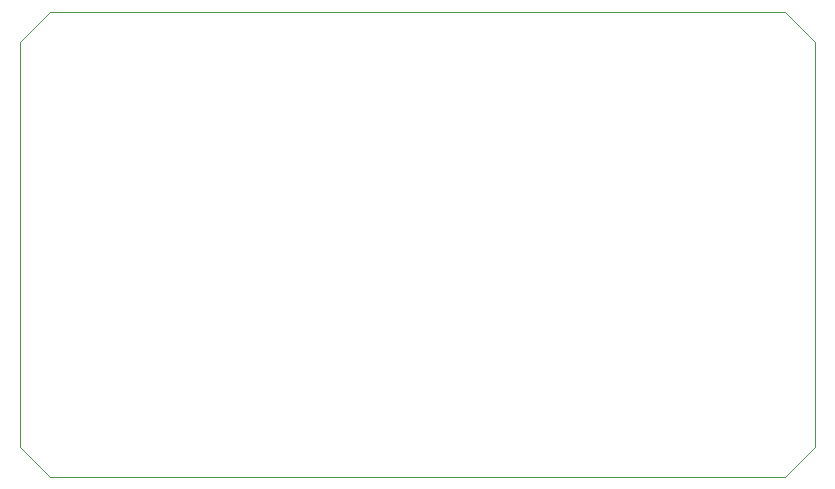
<source format=gbr>
G04 #@! TF.GenerationSoftware,KiCad,Pcbnew,5.1.10*
G04 #@! TF.CreationDate,2021-08-11T21:54:59-06:00*
G04 #@! TF.ProjectId,Speedometer-Top,53706565-646f-46d6-9574-65722d546f70,rev?*
G04 #@! TF.SameCoordinates,Original*
G04 #@! TF.FileFunction,Profile,NP*
%FSLAX46Y46*%
G04 Gerber Fmt 4.6, Leading zero omitted, Abs format (unit mm)*
G04 Created by KiCad (PCBNEW 5.1.10) date 2021-08-11 21:54:59*
%MOMM*%
%LPD*%
G01*
G04 APERTURE LIST*
G04 #@! TA.AperFunction,Profile*
%ADD10C,0.050000*%
G04 #@! TD*
G04 APERTURE END LIST*
D10*
X81280000Y-16510000D02*
X78740000Y-13970000D01*
X81280000Y-50800000D02*
X78740000Y-53340000D01*
X16510000Y-53340000D02*
X13970000Y-50800000D01*
X16510000Y-13970000D02*
X13970000Y-16510000D01*
X78740000Y-13970000D02*
X16510000Y-13970000D01*
X81280000Y-50800000D02*
X81280000Y-16510000D01*
X16510000Y-53340000D02*
X78740000Y-53340000D01*
X13970000Y-16510000D02*
X13970000Y-50800000D01*
M02*

</source>
